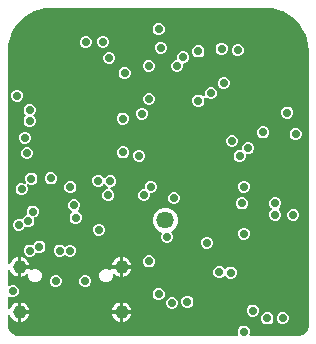
<source format=gbr>
G04 EAGLE Gerber RS-274X export*
G75*
%MOMM*%
%FSLAX34Y34*%
%LPD*%
%INPCBWay Copper Layer 1*%
%IPPOS*%
%AMOC8*
5,1,8,0,0,1.08239X$1,22.5*%
G01*
%ADD10C,1.158000*%
%ADD11C,1.458000*%
%ADD12C,0.711200*%

G36*
X28294Y3812D02*
X28294Y3812D01*
X28316Y3811D01*
X30045Y3856D01*
X30054Y3852D01*
X30136Y3842D01*
X30216Y3821D01*
X30363Y3812D01*
X30370Y3811D01*
X30372Y3811D01*
X30377Y3811D01*
X212728Y3811D01*
X212778Y3817D01*
X212827Y3815D01*
X212935Y3837D01*
X213044Y3851D01*
X213090Y3869D01*
X213139Y3879D01*
X213237Y3927D01*
X213339Y3968D01*
X213380Y3997D01*
X213424Y4019D01*
X213508Y4090D01*
X213597Y4154D01*
X213628Y4193D01*
X213666Y4225D01*
X213729Y4315D01*
X213800Y4399D01*
X213821Y4444D01*
X213849Y4485D01*
X213888Y4588D01*
X213935Y4687D01*
X213944Y4736D01*
X213962Y4782D01*
X213974Y4892D01*
X213995Y4999D01*
X213992Y5049D01*
X213997Y5098D01*
X213982Y5207D01*
X213975Y5317D01*
X213960Y5364D01*
X213953Y5413D01*
X213901Y5566D01*
X213548Y6417D01*
X213548Y8438D01*
X214322Y10305D01*
X215751Y11735D01*
X217618Y12508D01*
X219640Y12508D01*
X221507Y11735D01*
X222936Y10305D01*
X223710Y8438D01*
X223710Y6417D01*
X223357Y5566D01*
X223344Y5518D01*
X223323Y5473D01*
X223302Y5365D01*
X223273Y5259D01*
X223273Y5209D01*
X223263Y5160D01*
X223270Y5051D01*
X223268Y4941D01*
X223280Y4893D01*
X223283Y4843D01*
X223317Y4739D01*
X223342Y4632D01*
X223366Y4588D01*
X223381Y4541D01*
X223440Y4448D01*
X223491Y4351D01*
X223525Y4314D01*
X223551Y4272D01*
X223631Y4197D01*
X223705Y4115D01*
X223747Y4088D01*
X223783Y4054D01*
X223879Y4001D01*
X223971Y3941D01*
X224018Y3924D01*
X224061Y3900D01*
X224167Y3873D01*
X224272Y3837D01*
X224321Y3833D01*
X224369Y3821D01*
X224530Y3811D01*
X256199Y3811D01*
X256200Y3811D01*
X256202Y3811D01*
X266221Y3834D01*
X266293Y3843D01*
X266365Y3842D01*
X266524Y3871D01*
X267662Y4153D01*
X267751Y4188D01*
X267844Y4213D01*
X267940Y4261D01*
X267958Y4268D01*
X267967Y4274D01*
X267988Y4284D01*
X270416Y5678D01*
X270539Y5772D01*
X270663Y5863D01*
X270667Y5868D01*
X270669Y5870D01*
X270674Y5876D01*
X270771Y5982D01*
X272529Y8161D01*
X272610Y8292D01*
X272692Y8423D01*
X272694Y8429D01*
X272696Y8431D01*
X272698Y8439D01*
X272750Y8573D01*
X273598Y11240D01*
X273615Y11335D01*
X273642Y11427D01*
X273652Y11534D01*
X273656Y11553D01*
X273655Y11564D01*
X273657Y11587D01*
X273689Y12651D01*
X273688Y12663D01*
X273689Y12689D01*
X273689Y13190D01*
X273687Y13210D01*
X273687Y13270D01*
X273591Y14785D01*
X273600Y14800D01*
X273625Y14897D01*
X273659Y14992D01*
X273664Y15051D01*
X273679Y15108D01*
X273689Y15269D01*
X273689Y245337D01*
X273687Y245358D01*
X273687Y245420D01*
X273388Y249978D01*
X273379Y250022D01*
X273379Y250066D01*
X273347Y250224D01*
X270988Y259029D01*
X270956Y259108D01*
X270933Y259191D01*
X270872Y259314D01*
X270868Y259324D01*
X270865Y259327D01*
X270861Y259335D01*
X266303Y267230D01*
X266251Y267298D01*
X266208Y267372D01*
X266117Y267475D01*
X266111Y267483D01*
X266107Y267486D01*
X266101Y267493D01*
X259655Y273939D01*
X259588Y273991D01*
X259527Y274051D01*
X259413Y274127D01*
X259404Y274134D01*
X259400Y274135D01*
X259393Y274140D01*
X251498Y278698D01*
X251419Y278732D01*
X251344Y278774D01*
X251215Y278817D01*
X251205Y278822D01*
X251200Y278822D01*
X251192Y278825D01*
X242386Y281185D01*
X242343Y281191D01*
X242301Y281204D01*
X242141Y281225D01*
X237583Y281524D01*
X237562Y281523D01*
X237500Y281527D01*
X210930Y281527D01*
X210930Y281526D01*
X210929Y281527D01*
X73090Y281405D01*
X73077Y281404D01*
X70973Y281404D01*
X70972Y281404D01*
X68938Y281402D01*
X68936Y281402D01*
X68930Y281402D01*
X68908Y281402D01*
X68883Y281403D01*
X54832Y281402D01*
X54811Y281399D01*
X54746Y281399D01*
X50191Y281088D01*
X50148Y281080D01*
X50104Y281079D01*
X49946Y281047D01*
X41149Y278672D01*
X41070Y278639D01*
X40988Y278616D01*
X40864Y278555D01*
X40855Y278551D01*
X40851Y278548D01*
X40844Y278545D01*
X32957Y273981D01*
X32889Y273929D01*
X32816Y273886D01*
X32712Y273794D01*
X32704Y273788D01*
X32701Y273785D01*
X32695Y273780D01*
X26252Y267336D01*
X26199Y267269D01*
X26140Y267208D01*
X26063Y267092D01*
X26057Y267085D01*
X26055Y267081D01*
X26051Y267074D01*
X21487Y259187D01*
X21454Y259108D01*
X21412Y259034D01*
X21367Y258903D01*
X21363Y258894D01*
X21363Y258890D01*
X21360Y258882D01*
X18985Y250084D01*
X18979Y250041D01*
X18965Y249999D01*
X18944Y249840D01*
X18633Y245285D01*
X18635Y245264D01*
X18630Y245198D01*
X18630Y65809D01*
X18639Y65740D01*
X18638Y65670D01*
X18659Y65583D01*
X18670Y65494D01*
X18696Y65429D01*
X18712Y65361D01*
X18754Y65282D01*
X18787Y65198D01*
X18828Y65142D01*
X18861Y65080D01*
X18921Y65014D01*
X18974Y64941D01*
X19028Y64896D01*
X19075Y64845D01*
X19150Y64795D01*
X19219Y64738D01*
X19282Y64708D01*
X19341Y64670D01*
X19426Y64641D01*
X19507Y64602D01*
X19575Y64589D01*
X19641Y64567D01*
X19731Y64560D01*
X19819Y64543D01*
X19889Y64547D01*
X19958Y64541D01*
X20047Y64557D01*
X20137Y64562D01*
X20203Y64584D01*
X20272Y64596D01*
X20354Y64633D01*
X20439Y64660D01*
X20498Y64698D01*
X20562Y64726D01*
X20632Y64782D01*
X20708Y64831D01*
X20756Y64881D01*
X20810Y64925D01*
X20864Y64997D01*
X20926Y65062D01*
X20959Y65123D01*
X21001Y65179D01*
X21072Y65324D01*
X21377Y66060D01*
X22289Y67425D01*
X23449Y68585D01*
X24814Y69497D01*
X26330Y70125D01*
X27136Y70285D01*
X27136Y62469D01*
X27151Y62351D01*
X27158Y62232D01*
X27170Y62194D01*
X27176Y62154D01*
X27191Y62115D01*
X27176Y62035D01*
X27146Y61919D01*
X27142Y61859D01*
X27138Y61839D01*
X27140Y61819D01*
X27136Y61759D01*
X27136Y53943D01*
X26330Y54103D01*
X24814Y54731D01*
X23449Y55643D01*
X22289Y56803D01*
X21377Y58168D01*
X21072Y58904D01*
X21064Y58919D01*
X21061Y58928D01*
X21039Y58963D01*
X21038Y58965D01*
X21012Y59030D01*
X20959Y59103D01*
X20915Y59181D01*
X20866Y59231D01*
X20825Y59287D01*
X20756Y59345D01*
X20694Y59409D01*
X20634Y59446D01*
X20580Y59490D01*
X20499Y59528D01*
X20422Y59575D01*
X20356Y59596D01*
X20293Y59626D01*
X20204Y59642D01*
X20119Y59669D01*
X20049Y59672D01*
X19980Y59685D01*
X19891Y59680D01*
X19801Y59684D01*
X19732Y59670D01*
X19663Y59666D01*
X19577Y59638D01*
X19489Y59620D01*
X19427Y59589D01*
X19360Y59568D01*
X19284Y59520D01*
X19204Y59480D01*
X19151Y59435D01*
X19092Y59397D01*
X19030Y59332D01*
X18962Y59274D01*
X18922Y59217D01*
X18874Y59166D01*
X18830Y59087D01*
X18779Y59014D01*
X18754Y58948D01*
X18720Y58887D01*
X18698Y58800D01*
X18666Y58716D01*
X18658Y58647D01*
X18641Y58579D01*
X18634Y58474D01*
X18633Y58469D01*
X18633Y58464D01*
X18630Y58419D01*
X18630Y47057D01*
X18637Y47008D01*
X18634Y46958D01*
X18657Y46851D01*
X18670Y46742D01*
X18689Y46695D01*
X18699Y46647D01*
X18747Y46548D01*
X18787Y46446D01*
X18817Y46406D01*
X18838Y46361D01*
X18910Y46277D01*
X18974Y46189D01*
X19013Y46157D01*
X19045Y46119D01*
X19134Y46056D01*
X19219Y45986D01*
X19264Y45965D01*
X19305Y45936D01*
X19408Y45897D01*
X19507Y45850D01*
X19556Y45841D01*
X19602Y45823D01*
X19712Y45811D01*
X19819Y45790D01*
X19869Y45794D01*
X19918Y45788D01*
X20027Y45803D01*
X20137Y45810D01*
X20184Y45826D01*
X20233Y45832D01*
X20385Y45885D01*
X21900Y46512D01*
X23922Y46512D01*
X25789Y45739D01*
X27218Y44309D01*
X27992Y42442D01*
X27992Y40421D01*
X27218Y38553D01*
X25789Y37124D01*
X23922Y36351D01*
X21900Y36351D01*
X20385Y36978D01*
X20337Y36991D01*
X20293Y37012D01*
X20185Y37033D01*
X20079Y37062D01*
X20029Y37063D01*
X19980Y37072D01*
X19871Y37065D01*
X19761Y37067D01*
X19712Y37056D01*
X19663Y37052D01*
X19558Y37019D01*
X19451Y36993D01*
X19408Y36970D01*
X19360Y36954D01*
X19267Y36896D01*
X19170Y36844D01*
X19134Y36811D01*
X19092Y36784D01*
X19016Y36704D01*
X18935Y36630D01*
X18908Y36589D01*
X18874Y36553D01*
X18821Y36456D01*
X18760Y36365D01*
X18744Y36318D01*
X18720Y36274D01*
X18693Y36168D01*
X18657Y36064D01*
X18653Y36014D01*
X18641Y35966D01*
X18630Y35805D01*
X18630Y27559D01*
X18639Y27490D01*
X18638Y27420D01*
X18659Y27333D01*
X18670Y27244D01*
X18696Y27179D01*
X18712Y27111D01*
X18754Y27032D01*
X18787Y26948D01*
X18828Y26892D01*
X18861Y26830D01*
X18921Y26763D01*
X18974Y26691D01*
X19028Y26646D01*
X19075Y26595D01*
X19150Y26545D01*
X19219Y26488D01*
X19282Y26458D01*
X19341Y26420D01*
X19426Y26391D01*
X19507Y26352D01*
X19575Y26339D01*
X19641Y26317D01*
X19731Y26310D01*
X19819Y26293D01*
X19889Y26297D01*
X19958Y26291D01*
X20047Y26307D01*
X20137Y26312D01*
X20203Y26334D01*
X20272Y26346D01*
X20354Y26383D01*
X20439Y26410D01*
X20498Y26448D01*
X20562Y26476D01*
X20632Y26532D01*
X20708Y26581D01*
X20756Y26631D01*
X20810Y26675D01*
X20864Y26747D01*
X20926Y26812D01*
X20959Y26873D01*
X21001Y26929D01*
X21072Y27074D01*
X21377Y27810D01*
X22289Y29175D01*
X23449Y30335D01*
X24814Y31247D01*
X26330Y31875D01*
X27136Y32035D01*
X27136Y24219D01*
X27151Y24101D01*
X27158Y23982D01*
X27170Y23944D01*
X27176Y23904D01*
X27191Y23865D01*
X27176Y23785D01*
X27146Y23669D01*
X27142Y23609D01*
X27138Y23589D01*
X27140Y23569D01*
X27136Y23509D01*
X27136Y15693D01*
X26330Y15853D01*
X24814Y16481D01*
X23449Y17393D01*
X22289Y18553D01*
X21377Y19918D01*
X21072Y20654D01*
X21038Y20715D01*
X21012Y20780D01*
X20959Y20852D01*
X20915Y20931D01*
X20866Y20981D01*
X20825Y21037D01*
X20756Y21095D01*
X20694Y21159D01*
X20634Y21195D01*
X20580Y21240D01*
X20499Y21278D01*
X20422Y21325D01*
X20356Y21346D01*
X20293Y21376D01*
X20204Y21392D01*
X20118Y21419D01*
X20049Y21422D01*
X19980Y21435D01*
X19891Y21430D01*
X19801Y21434D01*
X19732Y21420D01*
X19663Y21416D01*
X19578Y21388D01*
X19489Y21370D01*
X19427Y21339D01*
X19360Y21318D01*
X19284Y21270D01*
X19204Y21230D01*
X19151Y21185D01*
X19092Y21147D01*
X19030Y21082D01*
X18962Y21024D01*
X18922Y20967D01*
X18874Y20916D01*
X18830Y20837D01*
X18779Y20764D01*
X18754Y20698D01*
X18720Y20637D01*
X18698Y20550D01*
X18666Y20466D01*
X18658Y20397D01*
X18641Y20329D01*
X18630Y20169D01*
X18630Y12961D01*
X18631Y12958D01*
X18640Y12803D01*
X18836Y11240D01*
X18843Y11210D01*
X18844Y11189D01*
X18862Y11134D01*
X18880Y11032D01*
X18909Y10953D01*
X18914Y10931D01*
X18922Y10918D01*
X18936Y10881D01*
X20222Y7990D01*
X20227Y7982D01*
X20230Y7973D01*
X20310Y7845D01*
X20387Y7718D01*
X20394Y7711D01*
X20399Y7703D01*
X20508Y7585D01*
X22804Y5407D01*
X22811Y5401D01*
X22817Y5394D01*
X22878Y5351D01*
X22907Y5323D01*
X22947Y5301D01*
X23060Y5218D01*
X23068Y5215D01*
X23076Y5209D01*
X23222Y5142D01*
X26177Y4008D01*
X26280Y3982D01*
X26381Y3949D01*
X26464Y3937D01*
X26486Y3932D01*
X26501Y3932D01*
X26540Y3927D01*
X28102Y3814D01*
X28124Y3815D01*
X28194Y3811D01*
X28283Y3811D01*
X28294Y3812D01*
G37*
%LPC*%
G36*
X152689Y82307D02*
X152689Y82307D01*
X150822Y83080D01*
X149393Y84509D01*
X148619Y86377D01*
X148619Y88398D01*
X149251Y89923D01*
X149282Y90038D01*
X149321Y90150D01*
X149324Y90191D01*
X149335Y90230D01*
X149337Y90348D01*
X149346Y90467D01*
X149339Y90507D01*
X149340Y90548D01*
X149312Y90663D01*
X149292Y90781D01*
X149275Y90817D01*
X149266Y90857D01*
X149210Y90962D01*
X149161Y91071D01*
X149136Y91102D01*
X149117Y91138D01*
X149037Y91226D01*
X148963Y91319D01*
X148930Y91343D01*
X148903Y91373D01*
X148804Y91439D01*
X148708Y91510D01*
X148654Y91537D01*
X148637Y91548D01*
X148618Y91555D01*
X148564Y91581D01*
X146071Y92614D01*
X143091Y95594D01*
X141479Y99487D01*
X141479Y103701D01*
X143091Y107594D01*
X146071Y110574D01*
X149964Y112187D01*
X154178Y112187D01*
X158072Y110574D01*
X161051Y107594D01*
X162664Y103701D01*
X162664Y99487D01*
X161051Y95594D01*
X158062Y92604D01*
X158030Y92593D01*
X157940Y92531D01*
X157844Y92476D01*
X157808Y92442D01*
X157767Y92414D01*
X157695Y92332D01*
X157616Y92255D01*
X157590Y92213D01*
X157557Y92175D01*
X157507Y92078D01*
X157449Y91984D01*
X157435Y91937D01*
X157412Y91892D01*
X157388Y91785D01*
X157356Y91680D01*
X157353Y91630D01*
X157343Y91582D01*
X157346Y91472D01*
X157341Y91362D01*
X157351Y91314D01*
X157352Y91264D01*
X157383Y91159D01*
X157405Y91051D01*
X157427Y91006D01*
X157441Y90959D01*
X157496Y90864D01*
X157545Y90765D01*
X157577Y90728D01*
X157602Y90685D01*
X157709Y90564D01*
X158007Y90265D01*
X158781Y88398D01*
X158781Y86377D01*
X158007Y84509D01*
X156578Y83080D01*
X154711Y82307D01*
X152689Y82307D01*
G37*
%LPD*%
%LPC*%
G36*
X102816Y117591D02*
X102816Y117591D01*
X100949Y118364D01*
X99519Y119794D01*
X98746Y121661D01*
X98746Y123682D01*
X99519Y125550D01*
X100949Y126979D01*
X102961Y127813D01*
X103082Y127882D01*
X103205Y127947D01*
X103220Y127960D01*
X103237Y127970D01*
X103338Y128067D01*
X103440Y128160D01*
X103451Y128177D01*
X103466Y128191D01*
X103539Y128310D01*
X103615Y128426D01*
X103621Y128445D01*
X103632Y128463D01*
X103673Y128595D01*
X103718Y128727D01*
X103720Y128747D01*
X103726Y128766D01*
X103732Y128905D01*
X103743Y129044D01*
X103740Y129064D01*
X103741Y129084D01*
X103713Y129220D01*
X103689Y129357D01*
X103681Y129376D01*
X103676Y129396D01*
X103615Y129521D01*
X103558Y129647D01*
X103546Y129663D01*
X103537Y129681D01*
X103446Y129788D01*
X103360Y129896D01*
X103344Y129908D01*
X103330Y129923D01*
X103216Y130004D01*
X103106Y130087D01*
X103080Y130099D01*
X103070Y130106D01*
X103051Y130114D01*
X102961Y130158D01*
X102763Y130240D01*
X101259Y131744D01*
X101165Y131817D01*
X101075Y131896D01*
X101040Y131914D01*
X101008Y131939D01*
X100898Y131987D01*
X100792Y132041D01*
X100753Y132050D01*
X100716Y132066D01*
X100598Y132084D01*
X100482Y132110D01*
X100442Y132109D01*
X100402Y132115D01*
X100283Y132104D01*
X100164Y132101D01*
X100125Y132089D01*
X100085Y132086D01*
X99973Y132045D01*
X99859Y132012D01*
X99824Y131992D01*
X99786Y131978D01*
X99687Y131911D01*
X99585Y131851D01*
X99540Y131811D01*
X99523Y131799D01*
X99509Y131784D01*
X99464Y131744D01*
X98422Y130702D01*
X96555Y129929D01*
X94533Y129929D01*
X92666Y130702D01*
X91237Y132132D01*
X90463Y133999D01*
X90463Y136020D01*
X91237Y137888D01*
X92666Y139317D01*
X94533Y140090D01*
X96555Y140090D01*
X98422Y139317D01*
X99927Y137812D01*
X100021Y137739D01*
X100110Y137661D01*
X100146Y137642D01*
X100178Y137617D01*
X100287Y137570D01*
X100393Y137516D01*
X100433Y137507D01*
X100470Y137491D01*
X100587Y137472D01*
X100703Y137446D01*
X100744Y137448D01*
X100784Y137441D01*
X100902Y137452D01*
X101021Y137456D01*
X101060Y137467D01*
X101100Y137471D01*
X101213Y137511D01*
X101327Y137544D01*
X101362Y137565D01*
X101400Y137579D01*
X101498Y137645D01*
X101601Y137706D01*
X101646Y137746D01*
X101663Y137757D01*
X101676Y137773D01*
X101722Y137812D01*
X102763Y138854D01*
X104631Y139628D01*
X106652Y139628D01*
X108519Y138854D01*
X109949Y137425D01*
X110722Y135558D01*
X110722Y133536D01*
X109949Y131669D01*
X108519Y130240D01*
X106507Y129406D01*
X106386Y129337D01*
X106263Y129272D01*
X106248Y129259D01*
X106231Y129249D01*
X106130Y129151D01*
X106028Y129058D01*
X106017Y129041D01*
X106002Y129027D01*
X105929Y128909D01*
X105853Y128793D01*
X105847Y128773D01*
X105836Y128756D01*
X105795Y128624D01*
X105750Y128492D01*
X105748Y128471D01*
X105742Y128452D01*
X105736Y128314D01*
X105725Y128175D01*
X105728Y128155D01*
X105727Y128135D01*
X105755Y127998D01*
X105779Y127861D01*
X105787Y127843D01*
X105792Y127823D01*
X105853Y127698D01*
X105910Y127571D01*
X105922Y127556D01*
X105931Y127537D01*
X106022Y127431D01*
X106108Y127323D01*
X106124Y127311D01*
X106138Y127295D01*
X106252Y127215D01*
X106362Y127132D01*
X106388Y127119D01*
X106398Y127112D01*
X106417Y127105D01*
X106507Y127061D01*
X106705Y126979D01*
X108134Y125550D01*
X108907Y123682D01*
X108907Y121661D01*
X108134Y119794D01*
X106705Y118364D01*
X104837Y117591D01*
X102816Y117591D01*
G37*
%LPD*%
%LPC*%
G36*
X27118Y92550D02*
X27118Y92550D01*
X25251Y93324D01*
X23821Y94753D01*
X23048Y96620D01*
X23048Y98642D01*
X23821Y100509D01*
X25251Y101938D01*
X27118Y102712D01*
X29139Y102712D01*
X30089Y102318D01*
X30203Y102287D01*
X30316Y102248D01*
X30356Y102245D01*
X30395Y102234D01*
X30515Y102232D01*
X30633Y102223D01*
X30673Y102230D01*
X30713Y102229D01*
X30829Y102257D01*
X30946Y102277D01*
X30983Y102294D01*
X31023Y102303D01*
X31128Y102359D01*
X31236Y102408D01*
X31268Y102433D01*
X31304Y102452D01*
X31392Y102532D01*
X31485Y102607D01*
X31509Y102639D01*
X31539Y102666D01*
X31604Y102765D01*
X31676Y102861D01*
X31703Y102915D01*
X31714Y102932D01*
X31721Y102951D01*
X31747Y103005D01*
X32045Y103724D01*
X33474Y105153D01*
X34450Y105558D01*
X34554Y105617D01*
X34660Y105669D01*
X34691Y105695D01*
X34726Y105715D01*
X34812Y105798D01*
X34902Y105875D01*
X34926Y105908D01*
X34955Y105936D01*
X35017Y106038D01*
X35085Y106135D01*
X35100Y106173D01*
X35121Y106207D01*
X35156Y106321D01*
X35198Y106433D01*
X35203Y106473D01*
X35215Y106511D01*
X35220Y106630D01*
X35233Y106749D01*
X35228Y106789D01*
X35230Y106829D01*
X35206Y106946D01*
X35189Y107064D01*
X35169Y107120D01*
X35165Y107140D01*
X35156Y107159D01*
X35137Y107216D01*
X34827Y107963D01*
X34827Y109985D01*
X35601Y111852D01*
X37030Y113281D01*
X38897Y114055D01*
X40919Y114055D01*
X42786Y113281D01*
X44215Y111852D01*
X44989Y109985D01*
X44989Y107963D01*
X44215Y106096D01*
X42786Y104667D01*
X41810Y104262D01*
X41706Y104203D01*
X41600Y104151D01*
X41569Y104125D01*
X41534Y104105D01*
X41448Y104022D01*
X41358Y103945D01*
X41334Y103912D01*
X41305Y103884D01*
X41243Y103782D01*
X41175Y103685D01*
X41160Y103647D01*
X41139Y103613D01*
X41104Y103499D01*
X41062Y103387D01*
X41057Y103347D01*
X41045Y103309D01*
X41040Y103190D01*
X41027Y103071D01*
X41032Y103031D01*
X41030Y102991D01*
X41054Y102874D01*
X41071Y102756D01*
X41091Y102700D01*
X41095Y102680D01*
X41104Y102661D01*
X41123Y102604D01*
X41433Y101857D01*
X41433Y99835D01*
X40659Y97968D01*
X39230Y96539D01*
X37363Y95765D01*
X35341Y95765D01*
X34392Y96159D01*
X34277Y96190D01*
X34164Y96229D01*
X34124Y96232D01*
X34085Y96243D01*
X33966Y96244D01*
X33847Y96254D01*
X33808Y96247D01*
X33767Y96248D01*
X33651Y96220D01*
X33534Y96199D01*
X33497Y96183D01*
X33458Y96173D01*
X33353Y96118D01*
X33244Y96069D01*
X33212Y96044D01*
X33177Y96025D01*
X33089Y95945D01*
X32996Y95870D01*
X32971Y95838D01*
X32941Y95811D01*
X32876Y95711D01*
X32804Y95616D01*
X32778Y95562D01*
X32767Y95545D01*
X32760Y95526D01*
X32733Y95472D01*
X32436Y94753D01*
X31006Y93324D01*
X29139Y92550D01*
X27118Y92550D01*
G37*
%LPD*%
%LPC*%
G36*
X179294Y197900D02*
X179294Y197900D01*
X177427Y198673D01*
X175998Y200102D01*
X175224Y201970D01*
X175224Y203991D01*
X175998Y205858D01*
X177427Y207288D01*
X179294Y208061D01*
X181316Y208061D01*
X183183Y207288D01*
X183701Y206769D01*
X183756Y206727D01*
X183805Y206676D01*
X183882Y206629D01*
X183952Y206574D01*
X184016Y206547D01*
X184076Y206510D01*
X184162Y206484D01*
X184244Y206448D01*
X184313Y206437D01*
X184380Y206417D01*
X184469Y206412D01*
X184558Y206398D01*
X184628Y206405D01*
X184698Y206401D01*
X184785Y206420D01*
X184875Y206428D01*
X184941Y206452D01*
X185009Y206466D01*
X185090Y206505D01*
X185174Y206536D01*
X185232Y206575D01*
X185295Y206605D01*
X185363Y206664D01*
X185437Y206714D01*
X185484Y206767D01*
X185537Y206812D01*
X185588Y206885D01*
X185648Y206953D01*
X185680Y207015D01*
X185720Y207072D01*
X185752Y207156D01*
X185792Y207236D01*
X185808Y207304D01*
X185832Y207369D01*
X185842Y207459D01*
X185862Y207546D01*
X185860Y207616D01*
X185868Y207685D01*
X185855Y207774D01*
X185852Y207864D01*
X185833Y207931D01*
X185823Y208000D01*
X185807Y208047D01*
X185807Y210086D01*
X186581Y211954D01*
X188010Y213383D01*
X189877Y214157D01*
X191899Y214157D01*
X193766Y213383D01*
X195195Y211954D01*
X195969Y210086D01*
X195969Y208065D01*
X195195Y206198D01*
X193766Y204769D01*
X191899Y203995D01*
X189877Y203995D01*
X188010Y204769D01*
X187492Y205287D01*
X187437Y205329D01*
X187388Y205380D01*
X187311Y205427D01*
X187241Y205482D01*
X187177Y205509D01*
X187117Y205546D01*
X187031Y205572D01*
X186949Y205608D01*
X186880Y205619D01*
X186813Y205640D01*
X186724Y205644D01*
X186635Y205658D01*
X186565Y205651D01*
X186495Y205655D01*
X186408Y205637D01*
X186318Y205628D01*
X186252Y205604D01*
X186184Y205590D01*
X186103Y205551D01*
X186019Y205520D01*
X185961Y205481D01*
X185898Y205451D01*
X185830Y205392D01*
X185756Y205342D01*
X185709Y205290D01*
X185656Y205244D01*
X185605Y205171D01*
X185545Y205103D01*
X185513Y205041D01*
X185473Y204984D01*
X185441Y204900D01*
X185401Y204820D01*
X185385Y204752D01*
X185361Y204687D01*
X185351Y204597D01*
X185331Y204510D01*
X185333Y204440D01*
X185325Y204371D01*
X185338Y204282D01*
X185341Y204192D01*
X185360Y204125D01*
X185370Y204056D01*
X185386Y204009D01*
X185386Y201970D01*
X184612Y200102D01*
X183183Y198673D01*
X181316Y197900D01*
X179294Y197900D01*
G37*
%LPD*%
%LPC*%
G36*
X75219Y98813D02*
X75219Y98813D01*
X73352Y99587D01*
X71923Y101016D01*
X71149Y102883D01*
X71149Y104905D01*
X71923Y106772D01*
X72909Y107759D01*
X72940Y107798D01*
X72977Y107831D01*
X73037Y107923D01*
X73104Y108010D01*
X73124Y108055D01*
X73151Y108097D01*
X73187Y108201D01*
X73231Y108302D01*
X73238Y108351D01*
X73254Y108398D01*
X73263Y108507D01*
X73280Y108616D01*
X73276Y108665D01*
X73280Y108715D01*
X73261Y108823D01*
X73251Y108932D01*
X73234Y108979D01*
X73225Y109028D01*
X73180Y109128D01*
X73143Y109232D01*
X73115Y109273D01*
X73095Y109318D01*
X73026Y109404D01*
X72964Y109495D01*
X72927Y109528D01*
X72896Y109566D01*
X72808Y109633D01*
X72726Y109705D01*
X72682Y109728D01*
X72642Y109758D01*
X72497Y109829D01*
X72082Y110001D01*
X70653Y111430D01*
X69879Y113297D01*
X69879Y115319D01*
X70653Y117186D01*
X72082Y118615D01*
X73949Y119389D01*
X75971Y119389D01*
X77838Y118615D01*
X79267Y117186D01*
X80041Y115319D01*
X80041Y113297D01*
X79267Y111430D01*
X78281Y110443D01*
X78250Y110404D01*
X78213Y110371D01*
X78153Y110279D01*
X78086Y110192D01*
X78066Y110147D01*
X78039Y110105D01*
X78003Y110001D01*
X77959Y109900D01*
X77952Y109851D01*
X77936Y109804D01*
X77927Y109695D01*
X77910Y109586D01*
X77914Y109537D01*
X77910Y109487D01*
X77929Y109379D01*
X77939Y109270D01*
X77956Y109223D01*
X77965Y109174D01*
X78010Y109074D01*
X78047Y108970D01*
X78075Y108929D01*
X78095Y108884D01*
X78164Y108798D01*
X78226Y108707D01*
X78263Y108674D01*
X78294Y108636D01*
X78382Y108569D01*
X78464Y108497D01*
X78508Y108474D01*
X78548Y108444D01*
X78693Y108373D01*
X79108Y108201D01*
X80537Y106772D01*
X81311Y104905D01*
X81311Y102883D01*
X80537Y101016D01*
X79108Y99587D01*
X77241Y98813D01*
X75219Y98813D01*
G37*
%LPD*%
%LPC*%
G36*
X29499Y122943D02*
X29499Y122943D01*
X27632Y123717D01*
X26203Y125146D01*
X25429Y127013D01*
X25429Y129035D01*
X26203Y130902D01*
X27632Y132331D01*
X29499Y133105D01*
X31521Y133105D01*
X32854Y132552D01*
X32988Y132516D01*
X33121Y132475D01*
X33141Y132474D01*
X33161Y132468D01*
X33300Y132466D01*
X33439Y132460D01*
X33458Y132464D01*
X33479Y132463D01*
X33614Y132496D01*
X33750Y132524D01*
X33768Y132533D01*
X33788Y132538D01*
X33911Y132602D01*
X34036Y132664D01*
X34051Y132677D01*
X34069Y132686D01*
X34172Y132780D01*
X34278Y132870D01*
X34289Y132887D01*
X34304Y132900D01*
X34381Y133017D01*
X34461Y133130D01*
X34468Y133149D01*
X34479Y133166D01*
X34524Y133298D01*
X34574Y133427D01*
X34576Y133448D01*
X34582Y133467D01*
X34593Y133605D01*
X34609Y133744D01*
X34606Y133764D01*
X34608Y133784D01*
X34584Y133921D01*
X34564Y134058D01*
X34555Y134085D01*
X34553Y134097D01*
X34545Y134116D01*
X34512Y134211D01*
X33811Y135903D01*
X33811Y137925D01*
X34585Y139792D01*
X36014Y141221D01*
X37881Y141995D01*
X39903Y141995D01*
X41770Y141221D01*
X43199Y139792D01*
X43973Y137925D01*
X43973Y135903D01*
X43199Y134036D01*
X41770Y132607D01*
X39903Y131833D01*
X37881Y131833D01*
X36548Y132386D01*
X36414Y132422D01*
X36281Y132463D01*
X36261Y132464D01*
X36241Y132470D01*
X36102Y132472D01*
X35963Y132478D01*
X35944Y132474D01*
X35923Y132475D01*
X35788Y132442D01*
X35652Y132414D01*
X35634Y132405D01*
X35614Y132400D01*
X35491Y132336D01*
X35366Y132274D01*
X35351Y132261D01*
X35333Y132252D01*
X35230Y132158D01*
X35124Y132068D01*
X35113Y132051D01*
X35098Y132038D01*
X35021Y131921D01*
X34941Y131808D01*
X34934Y131789D01*
X34923Y131772D01*
X34878Y131640D01*
X34828Y131511D01*
X34826Y131490D01*
X34820Y131471D01*
X34809Y131333D01*
X34793Y131194D01*
X34796Y131174D01*
X34794Y131154D01*
X34818Y131017D01*
X34838Y130880D01*
X34847Y130853D01*
X34849Y130841D01*
X34857Y130822D01*
X34890Y130727D01*
X35591Y129035D01*
X35591Y127013D01*
X34817Y125146D01*
X33388Y123717D01*
X31521Y122943D01*
X29499Y122943D01*
G37*
%LPD*%
%LPC*%
G36*
X214035Y150800D02*
X214035Y150800D01*
X212168Y151573D01*
X210739Y153003D01*
X209965Y154870D01*
X209965Y156891D01*
X210739Y158759D01*
X212168Y160188D01*
X214035Y160961D01*
X216085Y160961D01*
X216203Y160976D01*
X216322Y160984D01*
X216361Y160996D01*
X216401Y161001D01*
X216511Y161045D01*
X216625Y161082D01*
X216659Y161103D01*
X216696Y161118D01*
X216793Y161188D01*
X216893Y161252D01*
X216921Y161281D01*
X216954Y161305D01*
X217030Y161397D01*
X217111Y161483D01*
X217131Y161519D01*
X217157Y161550D01*
X217207Y161658D01*
X217265Y161762D01*
X217275Y161801D01*
X217292Y161838D01*
X217314Y161954D01*
X217344Y162070D01*
X217348Y162130D01*
X217352Y162150D01*
X217351Y162170D01*
X217354Y162231D01*
X217354Y163660D01*
X218128Y165527D01*
X219557Y166956D01*
X221425Y167730D01*
X223446Y167730D01*
X225313Y166956D01*
X226742Y165527D01*
X227516Y163660D01*
X227516Y161638D01*
X226742Y159771D01*
X225313Y158342D01*
X223446Y157568D01*
X221396Y157568D01*
X221278Y157553D01*
X221159Y157546D01*
X221121Y157533D01*
X221080Y157528D01*
X220970Y157484D01*
X220856Y157448D01*
X220822Y157426D01*
X220785Y157411D01*
X220688Y157341D01*
X220588Y157278D01*
X220560Y157248D01*
X220527Y157224D01*
X220451Y157133D01*
X220370Y157046D01*
X220350Y157011D01*
X220325Y156979D01*
X220274Y156872D01*
X220216Y156768D01*
X220206Y156728D01*
X220189Y156692D01*
X220167Y156575D01*
X220137Y156460D01*
X220133Y156399D01*
X220129Y156379D01*
X220130Y156359D01*
X220127Y156299D01*
X220127Y154870D01*
X219353Y153003D01*
X217924Y151573D01*
X216057Y150800D01*
X214035Y150800D01*
G37*
%LPD*%
%LPC*%
G36*
X244289Y101239D02*
X244289Y101239D01*
X242422Y102013D01*
X240993Y103442D01*
X240219Y105309D01*
X240219Y107331D01*
X240993Y109198D01*
X242024Y110229D01*
X242097Y110323D01*
X242176Y110413D01*
X242194Y110449D01*
X242219Y110481D01*
X242266Y110590D01*
X242320Y110696D01*
X242329Y110735D01*
X242345Y110772D01*
X242364Y110890D01*
X242390Y111006D01*
X242389Y111047D01*
X242395Y111087D01*
X242384Y111205D01*
X242380Y111324D01*
X242369Y111363D01*
X242365Y111403D01*
X242325Y111515D01*
X242292Y111630D01*
X242272Y111664D01*
X242258Y111702D01*
X242191Y111801D01*
X242130Y111903D01*
X242091Y111949D01*
X242079Y111966D01*
X242064Y111979D01*
X242024Y112024D01*
X240926Y113122D01*
X240153Y114989D01*
X240153Y117011D01*
X240926Y118878D01*
X242356Y120307D01*
X244223Y121081D01*
X246244Y121081D01*
X248111Y120307D01*
X249541Y118878D01*
X250314Y117011D01*
X250314Y114989D01*
X249541Y113122D01*
X248509Y112091D01*
X248437Y111997D01*
X248358Y111908D01*
X248339Y111871D01*
X248314Y111840D01*
X248267Y111730D01*
X248213Y111624D01*
X248204Y111585D01*
X248188Y111548D01*
X248169Y111430D01*
X248143Y111314D01*
X248145Y111274D01*
X248138Y111234D01*
X248149Y111115D01*
X248153Y110996D01*
X248164Y110957D01*
X248168Y110917D01*
X248208Y110805D01*
X248241Y110691D01*
X248262Y110656D01*
X248276Y110618D01*
X248343Y110519D01*
X248403Y110417D01*
X248443Y110372D01*
X248454Y110355D01*
X248470Y110341D01*
X248509Y110296D01*
X249607Y109198D01*
X250381Y107331D01*
X250381Y105309D01*
X249607Y103442D01*
X248178Y102013D01*
X246311Y101239D01*
X244289Y101239D01*
G37*
%LPD*%
%LPC*%
G36*
X206438Y52287D02*
X206438Y52287D01*
X204570Y53060D01*
X203555Y54075D01*
X203461Y54148D01*
X203372Y54227D01*
X203336Y54245D01*
X203304Y54270D01*
X203195Y54318D01*
X203089Y54372D01*
X203049Y54380D01*
X203012Y54396D01*
X202894Y54415D01*
X202779Y54441D01*
X202738Y54440D01*
X202698Y54446D01*
X202580Y54435D01*
X202461Y54432D01*
X202422Y54420D01*
X202382Y54417D01*
X202270Y54376D01*
X202155Y54343D01*
X202120Y54323D01*
X202082Y54309D01*
X201984Y54242D01*
X201881Y54182D01*
X201836Y54142D01*
X201819Y54130D01*
X201806Y54115D01*
X201760Y54075D01*
X200878Y53193D01*
X199011Y52419D01*
X196989Y52419D01*
X195122Y53193D01*
X193693Y54622D01*
X192919Y56489D01*
X192919Y58511D01*
X193693Y60378D01*
X195122Y61807D01*
X196989Y62581D01*
X199011Y62581D01*
X200878Y61807D01*
X201893Y60792D01*
X201987Y60719D01*
X202076Y60641D01*
X202112Y60622D01*
X202144Y60597D01*
X202253Y60550D01*
X202359Y60496D01*
X202399Y60487D01*
X202436Y60471D01*
X202554Y60452D01*
X202670Y60426D01*
X202710Y60427D01*
X202750Y60421D01*
X202869Y60432D01*
X202988Y60436D01*
X203027Y60447D01*
X203067Y60451D01*
X203179Y60491D01*
X203293Y60524D01*
X203328Y60545D01*
X203366Y60559D01*
X203465Y60625D01*
X203567Y60686D01*
X203612Y60726D01*
X203629Y60737D01*
X203643Y60752D01*
X203688Y60792D01*
X204570Y61675D01*
X206438Y62448D01*
X208459Y62448D01*
X210326Y61675D01*
X211756Y60245D01*
X212529Y58378D01*
X212529Y56357D01*
X211756Y54489D01*
X210326Y53060D01*
X208459Y52287D01*
X206438Y52287D01*
G37*
%LPD*%
%LPC*%
G36*
X133117Y117768D02*
X133117Y117768D01*
X131250Y118541D01*
X129821Y119970D01*
X129047Y121838D01*
X129047Y123859D01*
X129821Y125726D01*
X131250Y127156D01*
X133117Y127929D01*
X133476Y127929D01*
X133594Y127944D01*
X133713Y127951D01*
X133751Y127964D01*
X133792Y127969D01*
X133902Y128013D01*
X134015Y128049D01*
X134050Y128071D01*
X134087Y128086D01*
X134183Y128156D01*
X134284Y128220D01*
X134312Y128249D01*
X134345Y128273D01*
X134421Y128365D01*
X134502Y128451D01*
X134522Y128487D01*
X134547Y128518D01*
X134598Y128625D01*
X134656Y128730D01*
X134666Y128769D01*
X134683Y128806D01*
X134705Y128922D01*
X134735Y129038D01*
X134739Y129098D01*
X134743Y129118D01*
X134741Y129138D01*
X134745Y129198D01*
X134745Y130935D01*
X135519Y132802D01*
X136948Y134231D01*
X138815Y135005D01*
X140837Y135005D01*
X142704Y134231D01*
X144133Y132802D01*
X144907Y130935D01*
X144907Y128914D01*
X144133Y127046D01*
X142704Y125617D01*
X140837Y124843D01*
X140478Y124843D01*
X140360Y124829D01*
X140241Y124821D01*
X140203Y124809D01*
X140162Y124804D01*
X140052Y124760D01*
X139939Y124723D01*
X139904Y124701D01*
X139867Y124687D01*
X139770Y124617D01*
X139670Y124553D01*
X139642Y124523D01*
X139609Y124500D01*
X139533Y124408D01*
X139452Y124321D01*
X139432Y124286D01*
X139407Y124255D01*
X139356Y124147D01*
X139298Y124043D01*
X139288Y124004D01*
X139271Y123967D01*
X139249Y123850D01*
X139219Y123735D01*
X139215Y123675D01*
X139211Y123655D01*
X139213Y123634D01*
X139209Y123574D01*
X139209Y121838D01*
X138435Y119970D01*
X137006Y118541D01*
X135139Y117768D01*
X133117Y117768D01*
G37*
%LPD*%
%LPC*%
G36*
X36231Y180746D02*
X36231Y180746D01*
X34364Y181519D01*
X32935Y182949D01*
X32161Y184816D01*
X32161Y186837D01*
X32935Y188705D01*
X33695Y189465D01*
X33768Y189559D01*
X33847Y189649D01*
X33866Y189685D01*
X33890Y189717D01*
X33938Y189826D01*
X33992Y189932D01*
X34001Y189971D01*
X34017Y190008D01*
X34035Y190126D01*
X34062Y190242D01*
X34060Y190282D01*
X34067Y190322D01*
X34055Y190441D01*
X34052Y190560D01*
X34041Y190599D01*
X34037Y190639D01*
X33997Y190751D01*
X33963Y190866D01*
X33943Y190900D01*
X33929Y190938D01*
X33862Y191037D01*
X33802Y191139D01*
X33762Y191185D01*
X33751Y191202D01*
X33735Y191215D01*
X33695Y191260D01*
X32974Y191981D01*
X32201Y193849D01*
X32201Y195870D01*
X32974Y197737D01*
X34404Y199167D01*
X36271Y199940D01*
X38292Y199940D01*
X40160Y199167D01*
X41589Y197737D01*
X42362Y195870D01*
X42362Y193849D01*
X41589Y191981D01*
X40828Y191221D01*
X40755Y191127D01*
X40677Y191037D01*
X40658Y191001D01*
X40633Y190969D01*
X40586Y190860D01*
X40532Y190754D01*
X40523Y190715D01*
X40507Y190677D01*
X40488Y190560D01*
X40462Y190444D01*
X40464Y190403D01*
X40457Y190363D01*
X40468Y190245D01*
X40472Y190126D01*
X40483Y190087D01*
X40487Y190047D01*
X40527Y189935D01*
X40560Y189820D01*
X40581Y189786D01*
X40595Y189747D01*
X40661Y189649D01*
X40722Y189546D01*
X40762Y189501D01*
X40773Y189484D01*
X40789Y189471D01*
X40828Y189426D01*
X41549Y188705D01*
X42323Y186837D01*
X42323Y184816D01*
X41549Y182949D01*
X40120Y181519D01*
X38253Y180746D01*
X36231Y180746D01*
G37*
%LPD*%
%LPC*%
G36*
X161139Y227197D02*
X161139Y227197D01*
X159272Y227971D01*
X157843Y229400D01*
X157069Y231267D01*
X157069Y233289D01*
X157843Y235156D01*
X159272Y236585D01*
X161177Y237374D01*
X161285Y237381D01*
X161324Y237393D01*
X161364Y237399D01*
X161475Y237442D01*
X161588Y237479D01*
X161622Y237501D01*
X161660Y237516D01*
X161756Y237585D01*
X161857Y237649D01*
X161884Y237679D01*
X161917Y237702D01*
X161993Y237794D01*
X162074Y237881D01*
X162094Y237916D01*
X162120Y237947D01*
X162170Y238055D01*
X162228Y238159D01*
X162238Y238199D01*
X162255Y238235D01*
X162278Y238352D01*
X162307Y238467D01*
X162311Y238527D01*
X162315Y238547D01*
X162314Y238568D01*
X162318Y238628D01*
X162318Y240543D01*
X163091Y242410D01*
X164520Y243840D01*
X166388Y244613D01*
X168409Y244613D01*
X170276Y243840D01*
X171706Y242410D01*
X172479Y240543D01*
X172479Y238522D01*
X171706Y236654D01*
X170276Y235225D01*
X168371Y234436D01*
X168263Y234429D01*
X168225Y234417D01*
X168185Y234412D01*
X168074Y234368D01*
X167961Y234331D01*
X167927Y234310D01*
X167889Y234295D01*
X167793Y234225D01*
X167692Y234161D01*
X167664Y234132D01*
X167632Y234108D01*
X167556Y234016D01*
X167474Y233929D01*
X167455Y233894D01*
X167429Y233863D01*
X167378Y233755D01*
X167321Y233651D01*
X167310Y233612D01*
X167293Y233575D01*
X167271Y233458D01*
X167241Y233343D01*
X167237Y233283D01*
X167233Y233263D01*
X167235Y233243D01*
X167231Y233182D01*
X167231Y231267D01*
X166457Y229400D01*
X165028Y227971D01*
X163161Y227197D01*
X161139Y227197D01*
G37*
%LPD*%
%LPC*%
G36*
X36405Y70873D02*
X36405Y70873D01*
X34538Y71647D01*
X33109Y73076D01*
X32335Y74943D01*
X32335Y76965D01*
X33109Y78832D01*
X34538Y80261D01*
X36405Y81035D01*
X38427Y81035D01*
X39333Y80659D01*
X39448Y80628D01*
X39561Y80589D01*
X39601Y80586D01*
X39640Y80575D01*
X39759Y80573D01*
X39878Y80564D01*
X39917Y80571D01*
X39958Y80570D01*
X40074Y80598D01*
X40191Y80618D01*
X40228Y80635D01*
X40267Y80644D01*
X40372Y80700D01*
X40481Y80749D01*
X40513Y80774D01*
X40548Y80793D01*
X40637Y80873D01*
X40729Y80947D01*
X40754Y80980D01*
X40784Y81007D01*
X40849Y81106D01*
X40921Y81202D01*
X40947Y81256D01*
X40958Y81273D01*
X40965Y81292D01*
X40992Y81346D01*
X41353Y82218D01*
X42782Y83647D01*
X44649Y84421D01*
X46671Y84421D01*
X48538Y83647D01*
X49967Y82218D01*
X50741Y80351D01*
X50741Y78329D01*
X49967Y76462D01*
X48538Y75033D01*
X46671Y74259D01*
X44649Y74259D01*
X43743Y74635D01*
X43628Y74666D01*
X43515Y74705D01*
X43475Y74708D01*
X43436Y74719D01*
X43317Y74721D01*
X43198Y74730D01*
X43159Y74723D01*
X43118Y74724D01*
X43002Y74696D01*
X42885Y74676D01*
X42848Y74659D01*
X42809Y74650D01*
X42704Y74594D01*
X42595Y74545D01*
X42563Y74520D01*
X42528Y74501D01*
X42440Y74421D01*
X42347Y74347D01*
X42322Y74314D01*
X42292Y74287D01*
X42227Y74188D01*
X42155Y74093D01*
X42129Y74038D01*
X42118Y74021D01*
X42111Y74002D01*
X42084Y73948D01*
X41723Y73076D01*
X40294Y71647D01*
X38427Y70873D01*
X36405Y70873D01*
G37*
%LPD*%
%LPC*%
G36*
X70516Y70808D02*
X70516Y70808D01*
X68649Y71582D01*
X68010Y72220D01*
X67916Y72293D01*
X67827Y72372D01*
X67791Y72390D01*
X67759Y72415D01*
X67650Y72462D01*
X67544Y72517D01*
X67504Y72525D01*
X67467Y72542D01*
X67349Y72560D01*
X67233Y72586D01*
X67193Y72585D01*
X67153Y72591D01*
X67034Y72580D01*
X66915Y72577D01*
X66877Y72565D01*
X66836Y72562D01*
X66724Y72521D01*
X66610Y72488D01*
X66575Y72468D01*
X66537Y72454D01*
X66439Y72387D01*
X66336Y72327D01*
X66291Y72287D01*
X66274Y72275D01*
X66260Y72260D01*
X66215Y72220D01*
X65648Y71654D01*
X63781Y70880D01*
X61760Y70880D01*
X59892Y71654D01*
X58463Y73083D01*
X57690Y74950D01*
X57690Y76972D01*
X58463Y78839D01*
X59892Y80268D01*
X61760Y81042D01*
X63781Y81042D01*
X65648Y80268D01*
X66287Y79630D01*
X66381Y79556D01*
X66470Y79478D01*
X66506Y79459D01*
X66538Y79435D01*
X66648Y79387D01*
X66754Y79333D01*
X66793Y79324D01*
X66830Y79308D01*
X66948Y79290D01*
X67064Y79264D01*
X67104Y79265D01*
X67144Y79258D01*
X67263Y79270D01*
X67382Y79273D01*
X67421Y79284D01*
X67461Y79288D01*
X67573Y79328D01*
X67687Y79362D01*
X67722Y79382D01*
X67760Y79396D01*
X67859Y79463D01*
X67961Y79523D01*
X68006Y79563D01*
X68023Y79574D01*
X68037Y79590D01*
X68082Y79630D01*
X68649Y80196D01*
X70516Y80970D01*
X72537Y80970D01*
X74405Y80196D01*
X75834Y78767D01*
X76607Y76900D01*
X76607Y74878D01*
X75834Y73011D01*
X74405Y71582D01*
X72537Y70808D01*
X70516Y70808D01*
G37*
%LPD*%
%LPC*%
G36*
X100828Y49173D02*
X100828Y49173D01*
X98736Y50040D01*
X97136Y51640D01*
X96269Y53732D01*
X96269Y55996D01*
X97136Y58088D01*
X98736Y59688D01*
X100828Y60555D01*
X103092Y60555D01*
X105131Y59710D01*
X105145Y59706D01*
X105158Y59699D01*
X105298Y59664D01*
X105438Y59626D01*
X105453Y59626D01*
X105467Y59622D01*
X105611Y59623D01*
X105756Y59621D01*
X105770Y59625D01*
X105785Y59625D01*
X105924Y59661D01*
X106065Y59695D01*
X106078Y59702D01*
X106092Y59706D01*
X106219Y59776D01*
X106346Y59844D01*
X106357Y59854D01*
X106370Y59861D01*
X106475Y59961D01*
X106582Y60058D01*
X106590Y60070D01*
X106600Y60080D01*
X106677Y60203D01*
X106756Y60324D01*
X106761Y60338D01*
X106769Y60350D01*
X106813Y60487D01*
X106813Y60490D01*
X113536Y60490D01*
X113536Y53943D01*
X112730Y54103D01*
X111214Y54731D01*
X109850Y55643D01*
X109818Y55675D01*
X109708Y55760D01*
X109601Y55849D01*
X109582Y55858D01*
X109566Y55870D01*
X109439Y55925D01*
X109313Y55985D01*
X109293Y55988D01*
X109275Y55996D01*
X109137Y56018D01*
X109000Y56044D01*
X108980Y56043D01*
X108960Y56046D01*
X108822Y56033D01*
X108683Y56025D01*
X108664Y56018D01*
X108644Y56016D01*
X108513Y55969D01*
X108381Y55927D01*
X108363Y55916D01*
X108345Y55909D01*
X108230Y55831D01*
X108112Y55756D01*
X108098Y55742D01*
X108081Y55730D01*
X107989Y55626D01*
X107894Y55525D01*
X107884Y55507D01*
X107871Y55492D01*
X107808Y55368D01*
X107740Y55246D01*
X107735Y55227D01*
X107726Y55209D01*
X107696Y55073D01*
X107661Y54938D01*
X107659Y54910D01*
X107656Y54898D01*
X107657Y54878D01*
X107651Y54778D01*
X107651Y53732D01*
X106784Y51640D01*
X105184Y50040D01*
X103092Y49173D01*
X100828Y49173D01*
G37*
%LPD*%
%LPC*%
G36*
X40828Y49173D02*
X40828Y49173D01*
X38736Y50040D01*
X37136Y51640D01*
X36269Y53732D01*
X36269Y54778D01*
X36252Y54916D01*
X36239Y55054D01*
X36232Y55073D01*
X36229Y55093D01*
X36178Y55223D01*
X36131Y55353D01*
X36120Y55370D01*
X36112Y55389D01*
X36031Y55502D01*
X35953Y55616D01*
X35937Y55630D01*
X35926Y55646D01*
X35818Y55735D01*
X35714Y55827D01*
X35696Y55836D01*
X35681Y55849D01*
X35555Y55908D01*
X35431Y55972D01*
X35411Y55976D01*
X35393Y55985D01*
X35257Y56011D01*
X35121Y56041D01*
X35100Y56041D01*
X35081Y56044D01*
X34942Y56036D01*
X34803Y56031D01*
X34783Y56026D01*
X34763Y56025D01*
X34631Y55982D01*
X34497Y55943D01*
X34480Y55933D01*
X34461Y55927D01*
X34343Y55852D01*
X34223Y55781D01*
X34202Y55763D01*
X34192Y55756D01*
X34178Y55741D01*
X34102Y55675D01*
X34070Y55643D01*
X32706Y54731D01*
X31190Y54103D01*
X30384Y53943D01*
X30384Y60490D01*
X37098Y60490D01*
X37099Y60487D01*
X37102Y60472D01*
X37165Y60343D01*
X37226Y60211D01*
X37235Y60200D01*
X37242Y60187D01*
X37335Y60077D01*
X37427Y59965D01*
X37438Y59956D01*
X37448Y59945D01*
X37566Y59861D01*
X37682Y59776D01*
X37696Y59770D01*
X37708Y59762D01*
X37843Y59710D01*
X37977Y59656D01*
X37992Y59654D01*
X38006Y59649D01*
X38150Y59633D01*
X38292Y59613D01*
X38307Y59615D01*
X38322Y59614D01*
X38465Y59634D01*
X38608Y59651D01*
X38622Y59656D01*
X38636Y59658D01*
X38789Y59710D01*
X40828Y60555D01*
X43092Y60555D01*
X45184Y59688D01*
X46784Y58088D01*
X47651Y55996D01*
X47651Y53732D01*
X46784Y51640D01*
X45184Y50040D01*
X43092Y49173D01*
X40828Y49173D01*
G37*
%LPD*%
%LPC*%
G36*
X137042Y227133D02*
X137042Y227133D01*
X135175Y227906D01*
X133745Y229335D01*
X132972Y231203D01*
X132972Y233224D01*
X133745Y235091D01*
X135175Y236521D01*
X137042Y237294D01*
X139063Y237294D01*
X140931Y236521D01*
X142360Y235091D01*
X143133Y233224D01*
X143133Y231203D01*
X142360Y229335D01*
X140931Y227906D01*
X139063Y227133D01*
X137042Y227133D01*
G37*
%LPD*%
%LPC*%
G36*
X116671Y220991D02*
X116671Y220991D01*
X114803Y221764D01*
X113374Y223193D01*
X112601Y225061D01*
X112601Y227082D01*
X113374Y228949D01*
X114803Y230379D01*
X116671Y231152D01*
X118692Y231152D01*
X120559Y230379D01*
X121989Y228949D01*
X122762Y227082D01*
X122762Y225061D01*
X121989Y223193D01*
X120559Y221764D01*
X118692Y220991D01*
X116671Y220991D01*
G37*
%LPD*%
%LPC*%
G36*
X200717Y212550D02*
X200717Y212550D01*
X198850Y213324D01*
X197420Y214753D01*
X196647Y216621D01*
X196647Y218642D01*
X197420Y220509D01*
X198850Y221938D01*
X200717Y222712D01*
X202738Y222712D01*
X204606Y221938D01*
X206035Y220509D01*
X206808Y218642D01*
X206808Y216621D01*
X206035Y214753D01*
X204606Y213324D01*
X202738Y212550D01*
X200717Y212550D01*
G37*
%LPD*%
%LPC*%
G36*
X25731Y202073D02*
X25731Y202073D01*
X23864Y202847D01*
X22435Y204276D01*
X21661Y206143D01*
X21661Y208165D01*
X22435Y210032D01*
X23864Y211461D01*
X25731Y212235D01*
X27753Y212235D01*
X29620Y211461D01*
X31049Y210032D01*
X31823Y208165D01*
X31823Y206143D01*
X31049Y204276D01*
X29620Y202847D01*
X27753Y202073D01*
X25731Y202073D01*
G37*
%LPD*%
%LPC*%
G36*
X254454Y187737D02*
X254454Y187737D01*
X252587Y188510D01*
X251157Y189940D01*
X250384Y191807D01*
X250384Y193828D01*
X251157Y195695D01*
X252587Y197125D01*
X254454Y197898D01*
X256475Y197898D01*
X258343Y197125D01*
X259772Y195695D01*
X260545Y193828D01*
X260545Y191807D01*
X259772Y189940D01*
X258343Y188510D01*
X256475Y187737D01*
X254454Y187737D01*
G37*
%LPD*%
%LPC*%
G36*
X131291Y186831D02*
X131291Y186831D01*
X129424Y187604D01*
X127995Y189033D01*
X127221Y190901D01*
X127221Y192922D01*
X127995Y194789D01*
X129424Y196219D01*
X131291Y196992D01*
X133313Y196992D01*
X135180Y196219D01*
X136609Y194789D01*
X137383Y192922D01*
X137383Y190901D01*
X136609Y189033D01*
X135180Y187604D01*
X133313Y186831D01*
X131291Y186831D01*
G37*
%LPD*%
%LPC*%
G36*
X115093Y182639D02*
X115093Y182639D01*
X113226Y183413D01*
X111797Y184842D01*
X111023Y186709D01*
X111023Y188731D01*
X111797Y190598D01*
X113226Y192027D01*
X115093Y192801D01*
X117115Y192801D01*
X118982Y192027D01*
X120411Y190598D01*
X121185Y188731D01*
X121185Y186709D01*
X120411Y184842D01*
X118982Y183413D01*
X117115Y182639D01*
X115093Y182639D01*
G37*
%LPD*%
%LPC*%
G36*
X234003Y170853D02*
X234003Y170853D01*
X232136Y171627D01*
X230707Y173056D01*
X229933Y174923D01*
X229933Y176944D01*
X230707Y178812D01*
X232136Y180241D01*
X234003Y181015D01*
X236025Y181015D01*
X237892Y180241D01*
X239321Y178812D01*
X240095Y176944D01*
X240095Y174923D01*
X239321Y173056D01*
X237892Y171627D01*
X236025Y170853D01*
X234003Y170853D01*
G37*
%LPD*%
%LPC*%
G36*
X261485Y169432D02*
X261485Y169432D01*
X259618Y170205D01*
X258188Y171635D01*
X257415Y173502D01*
X257415Y175523D01*
X258188Y177391D01*
X259618Y178820D01*
X261485Y179593D01*
X263506Y179593D01*
X265374Y178820D01*
X266803Y177391D01*
X267576Y175523D01*
X267576Y173502D01*
X266803Y171635D01*
X265374Y170205D01*
X263506Y169432D01*
X261485Y169432D01*
G37*
%LPD*%
%LPC*%
G36*
X32302Y166329D02*
X32302Y166329D01*
X30435Y167103D01*
X29005Y168532D01*
X28232Y170399D01*
X28232Y172420D01*
X29005Y174288D01*
X30435Y175717D01*
X32302Y176491D01*
X34323Y176491D01*
X36191Y175717D01*
X37620Y174288D01*
X38393Y172420D01*
X38393Y170399D01*
X37620Y168532D01*
X36191Y167103D01*
X34323Y166329D01*
X32302Y166329D01*
G37*
%LPD*%
%LPC*%
G36*
X207584Y163669D02*
X207584Y163669D01*
X205716Y164443D01*
X204287Y165872D01*
X203514Y167739D01*
X203514Y169761D01*
X204287Y171628D01*
X205716Y173057D01*
X207584Y173831D01*
X209605Y173831D01*
X211472Y173057D01*
X212902Y171628D01*
X213675Y169761D01*
X213675Y167739D01*
X212902Y165872D01*
X211472Y164443D01*
X209605Y163669D01*
X207584Y163669D01*
G37*
%LPD*%
%LPC*%
G36*
X115512Y153924D02*
X115512Y153924D01*
X113645Y154698D01*
X112216Y156127D01*
X111442Y157994D01*
X111442Y160016D01*
X112216Y161883D01*
X113645Y163312D01*
X115512Y164086D01*
X117534Y164086D01*
X119401Y163312D01*
X120830Y161883D01*
X121604Y160016D01*
X121604Y157994D01*
X120830Y156127D01*
X119401Y154698D01*
X117534Y153924D01*
X115512Y153924D01*
G37*
%LPD*%
%LPC*%
G36*
X34144Y153369D02*
X34144Y153369D01*
X32276Y154143D01*
X30847Y155572D01*
X30074Y157439D01*
X30074Y159461D01*
X30847Y161328D01*
X32276Y162757D01*
X34144Y163531D01*
X36165Y163531D01*
X38032Y162757D01*
X39462Y161328D01*
X40235Y159461D01*
X40235Y157439D01*
X39462Y155572D01*
X38032Y154143D01*
X36165Y153369D01*
X34144Y153369D01*
G37*
%LPD*%
%LPC*%
G36*
X129011Y151193D02*
X129011Y151193D01*
X127144Y151967D01*
X125714Y153396D01*
X124941Y155263D01*
X124941Y157284D01*
X125714Y159152D01*
X127144Y160581D01*
X129011Y161355D01*
X131032Y161355D01*
X132900Y160581D01*
X134329Y159152D01*
X135102Y157284D01*
X135102Y155263D01*
X134329Y153396D01*
X132900Y151967D01*
X131032Y151193D01*
X129011Y151193D01*
G37*
%LPD*%
%LPC*%
G36*
X54137Y131960D02*
X54137Y131960D01*
X52270Y132734D01*
X50841Y134163D01*
X50067Y136030D01*
X50067Y138052D01*
X50841Y139919D01*
X52270Y141348D01*
X54137Y142122D01*
X56159Y142122D01*
X58026Y141348D01*
X59455Y139919D01*
X60229Y138052D01*
X60229Y136030D01*
X59455Y134163D01*
X58026Y132734D01*
X56159Y131960D01*
X54137Y131960D01*
G37*
%LPD*%
%LPC*%
G36*
X217633Y125035D02*
X217633Y125035D01*
X215766Y125809D01*
X214337Y127238D01*
X213563Y129105D01*
X213563Y131127D01*
X214337Y132994D01*
X215766Y134423D01*
X217633Y135197D01*
X219655Y135197D01*
X221522Y134423D01*
X222951Y132994D01*
X223725Y131127D01*
X223725Y129105D01*
X222951Y127238D01*
X221522Y125809D01*
X219655Y125035D01*
X217633Y125035D01*
G37*
%LPD*%
%LPC*%
G36*
X70901Y124467D02*
X70901Y124467D01*
X69034Y125241D01*
X67605Y126670D01*
X66831Y128537D01*
X66831Y130559D01*
X67605Y132426D01*
X69034Y133855D01*
X70901Y134629D01*
X72923Y134629D01*
X74790Y133855D01*
X76219Y132426D01*
X76993Y130559D01*
X76993Y128537D01*
X76219Y126670D01*
X74790Y125241D01*
X72923Y124467D01*
X70901Y124467D01*
G37*
%LPD*%
%LPC*%
G36*
X158614Y115240D02*
X158614Y115240D01*
X156746Y116013D01*
X155317Y117442D01*
X154544Y119310D01*
X154544Y121331D01*
X155317Y123198D01*
X156746Y124628D01*
X158614Y125401D01*
X160635Y125401D01*
X162502Y124628D01*
X163932Y123198D01*
X164705Y121331D01*
X164705Y119310D01*
X163932Y117442D01*
X162502Y116013D01*
X160635Y115240D01*
X158614Y115240D01*
G37*
%LPD*%
%LPC*%
G36*
X216011Y110772D02*
X216011Y110772D01*
X214143Y111546D01*
X212714Y112975D01*
X211941Y114842D01*
X211941Y116864D01*
X212714Y118731D01*
X214143Y120160D01*
X216011Y120934D01*
X218032Y120934D01*
X219899Y120160D01*
X221329Y118731D01*
X222102Y116864D01*
X222102Y114842D01*
X221329Y112975D01*
X219899Y111546D01*
X218032Y110772D01*
X216011Y110772D01*
G37*
%LPD*%
%LPC*%
G36*
X145497Y258202D02*
X145497Y258202D01*
X143630Y258976D01*
X142201Y260405D01*
X141427Y262272D01*
X141427Y264293D01*
X142201Y266161D01*
X143630Y267590D01*
X145497Y268364D01*
X147518Y268364D01*
X149386Y267590D01*
X150815Y266161D01*
X151589Y264293D01*
X151589Y262272D01*
X150815Y260405D01*
X149386Y258976D01*
X147518Y258202D01*
X145497Y258202D01*
G37*
%LPD*%
%LPC*%
G36*
X98361Y247690D02*
X98361Y247690D01*
X96494Y248463D01*
X95064Y249893D01*
X94291Y251760D01*
X94291Y253781D01*
X95064Y255649D01*
X96494Y257078D01*
X98361Y257851D01*
X100382Y257851D01*
X102250Y257078D01*
X103679Y255649D01*
X104452Y253781D01*
X104452Y251760D01*
X103679Y249893D01*
X102250Y248463D01*
X100382Y247690D01*
X98361Y247690D01*
G37*
%LPD*%
%LPC*%
G36*
X83928Y247334D02*
X83928Y247334D01*
X82061Y248108D01*
X80632Y249537D01*
X79858Y251404D01*
X79858Y253426D01*
X80632Y255293D01*
X82061Y256722D01*
X83928Y257496D01*
X85950Y257496D01*
X87817Y256722D01*
X89246Y255293D01*
X90020Y253426D01*
X90020Y251404D01*
X89246Y249537D01*
X87817Y248108D01*
X85950Y247334D01*
X83928Y247334D01*
G37*
%LPD*%
%LPC*%
G36*
X259569Y101039D02*
X259569Y101039D01*
X257702Y101813D01*
X256273Y103242D01*
X255499Y105109D01*
X255499Y107131D01*
X256273Y108998D01*
X257702Y110427D01*
X259569Y111201D01*
X261591Y111201D01*
X263458Y110427D01*
X264887Y108998D01*
X265661Y107131D01*
X265661Y105109D01*
X264887Y103242D01*
X263458Y101813D01*
X261591Y101039D01*
X259569Y101039D01*
G37*
%LPD*%
%LPC*%
G36*
X94910Y88532D02*
X94910Y88532D01*
X93042Y89306D01*
X91613Y90735D01*
X90840Y92602D01*
X90840Y94624D01*
X91613Y96491D01*
X93042Y97920D01*
X94910Y98694D01*
X96931Y98694D01*
X98798Y97920D01*
X100228Y96491D01*
X101001Y94624D01*
X101001Y92602D01*
X100228Y90735D01*
X98798Y89306D01*
X96931Y88532D01*
X94910Y88532D01*
G37*
%LPD*%
%LPC*%
G36*
X217607Y85262D02*
X217607Y85262D01*
X215740Y86036D01*
X214311Y87465D01*
X213537Y89332D01*
X213537Y91354D01*
X214311Y93221D01*
X215740Y94650D01*
X217607Y95424D01*
X219629Y95424D01*
X221496Y94650D01*
X222925Y93221D01*
X223699Y91354D01*
X223699Y89332D01*
X222925Y87465D01*
X221496Y86036D01*
X219629Y85262D01*
X217607Y85262D01*
G37*
%LPD*%
%LPC*%
G36*
X186342Y77517D02*
X186342Y77517D01*
X184475Y78291D01*
X183046Y79720D01*
X182272Y81587D01*
X182272Y83609D01*
X183046Y85476D01*
X184475Y86905D01*
X186342Y87679D01*
X188364Y87679D01*
X190231Y86905D01*
X191660Y85476D01*
X192434Y83609D01*
X192434Y81587D01*
X191660Y79720D01*
X190231Y78291D01*
X188364Y77517D01*
X186342Y77517D01*
G37*
%LPD*%
%LPC*%
G36*
X147250Y242555D02*
X147250Y242555D01*
X145383Y243328D01*
X143954Y244758D01*
X143180Y246625D01*
X143180Y248646D01*
X143954Y250514D01*
X145383Y251943D01*
X147250Y252716D01*
X149272Y252716D01*
X151139Y251943D01*
X152568Y250514D01*
X153342Y248646D01*
X153342Y246625D01*
X152568Y244758D01*
X151139Y243328D01*
X149272Y242555D01*
X147250Y242555D01*
G37*
%LPD*%
%LPC*%
G36*
X198802Y241841D02*
X198802Y241841D01*
X196934Y242614D01*
X195505Y244043D01*
X194732Y245911D01*
X194732Y247932D01*
X195505Y249799D01*
X196934Y251229D01*
X198802Y252002D01*
X200823Y252002D01*
X202690Y251229D01*
X204120Y249799D01*
X204893Y247932D01*
X204893Y245911D01*
X204120Y244043D01*
X202690Y242614D01*
X200823Y241841D01*
X198802Y241841D01*
G37*
%LPD*%
%LPC*%
G36*
X137382Y61686D02*
X137382Y61686D01*
X135514Y62460D01*
X134085Y63889D01*
X133312Y65756D01*
X133312Y67778D01*
X134085Y69645D01*
X135514Y71074D01*
X137382Y71848D01*
X139403Y71848D01*
X141270Y71074D01*
X142700Y69645D01*
X143473Y67778D01*
X143473Y65756D01*
X142700Y63889D01*
X141270Y62460D01*
X139403Y61686D01*
X137382Y61686D01*
G37*
%LPD*%
%LPC*%
G36*
X212496Y240353D02*
X212496Y240353D01*
X210629Y241127D01*
X209200Y242556D01*
X208426Y244423D01*
X208426Y246444D01*
X209200Y248312D01*
X210629Y249741D01*
X212496Y250515D01*
X214518Y250515D01*
X216385Y249741D01*
X217814Y248312D01*
X218588Y246444D01*
X218588Y244423D01*
X217814Y242556D01*
X216385Y241127D01*
X214518Y240353D01*
X212496Y240353D01*
G37*
%LPD*%
%LPC*%
G36*
X179230Y239476D02*
X179230Y239476D01*
X177363Y240250D01*
X175934Y241679D01*
X175160Y243546D01*
X175160Y245568D01*
X175934Y247435D01*
X177363Y248864D01*
X179230Y249638D01*
X181252Y249638D01*
X183119Y248864D01*
X184548Y247435D01*
X185322Y245568D01*
X185322Y243546D01*
X184548Y241679D01*
X183119Y240250D01*
X181252Y239476D01*
X179230Y239476D01*
G37*
%LPD*%
%LPC*%
G36*
X103707Y233849D02*
X103707Y233849D01*
X101839Y234622D01*
X100410Y236052D01*
X99637Y237919D01*
X99637Y239940D01*
X100410Y241808D01*
X101839Y243237D01*
X103707Y244010D01*
X105728Y244010D01*
X107595Y243237D01*
X109025Y241808D01*
X109798Y239940D01*
X109798Y237919D01*
X109025Y236052D01*
X107595Y234622D01*
X105728Y233849D01*
X103707Y233849D01*
G37*
%LPD*%
%LPC*%
G36*
X83395Y44957D02*
X83395Y44957D01*
X81528Y45731D01*
X80099Y47160D01*
X79325Y49027D01*
X79325Y51049D01*
X80099Y52916D01*
X81528Y54345D01*
X83395Y55119D01*
X85417Y55119D01*
X87284Y54345D01*
X88713Y52916D01*
X89487Y51049D01*
X89487Y49027D01*
X88713Y47160D01*
X87284Y45731D01*
X85417Y44957D01*
X83395Y44957D01*
G37*
%LPD*%
%LPC*%
G36*
X58503Y44957D02*
X58503Y44957D01*
X56636Y45731D01*
X55207Y47160D01*
X54433Y49027D01*
X54433Y51049D01*
X55207Y52916D01*
X56636Y54345D01*
X58503Y55119D01*
X60525Y55119D01*
X62392Y54345D01*
X63821Y52916D01*
X64595Y51049D01*
X64595Y49027D01*
X63821Y47160D01*
X62392Y45731D01*
X60525Y44957D01*
X58503Y44957D01*
G37*
%LPD*%
%LPC*%
G36*
X145485Y33829D02*
X145485Y33829D01*
X143618Y34603D01*
X142189Y36032D01*
X141415Y37899D01*
X141415Y39921D01*
X142189Y41788D01*
X143618Y43217D01*
X145485Y43991D01*
X147507Y43991D01*
X149374Y43217D01*
X150803Y41788D01*
X151577Y39921D01*
X151577Y37899D01*
X150803Y36032D01*
X149374Y34603D01*
X147507Y33829D01*
X145485Y33829D01*
G37*
%LPD*%
%LPC*%
G36*
X169917Y27479D02*
X169917Y27479D01*
X168050Y28253D01*
X166621Y29682D01*
X165847Y31549D01*
X165847Y33571D01*
X166621Y35438D01*
X168050Y36867D01*
X169917Y37641D01*
X171939Y37641D01*
X173806Y36867D01*
X175235Y35438D01*
X176009Y33571D01*
X176009Y31549D01*
X175235Y29682D01*
X173806Y28253D01*
X171939Y27479D01*
X169917Y27479D01*
G37*
%LPD*%
%LPC*%
G36*
X156856Y26575D02*
X156856Y26575D01*
X154989Y27348D01*
X153559Y28778D01*
X152786Y30645D01*
X152786Y32666D01*
X153559Y34534D01*
X154989Y35963D01*
X156856Y36736D01*
X158877Y36736D01*
X160745Y35963D01*
X162174Y34534D01*
X162947Y32666D01*
X162947Y30645D01*
X162174Y28778D01*
X160745Y27348D01*
X158877Y26575D01*
X156856Y26575D01*
G37*
%LPD*%
%LPC*%
G36*
X225275Y20103D02*
X225275Y20103D01*
X223408Y20877D01*
X221978Y22306D01*
X221205Y24173D01*
X221205Y26194D01*
X221978Y28062D01*
X223408Y29491D01*
X225275Y30265D01*
X227296Y30265D01*
X229164Y29491D01*
X230593Y28062D01*
X231366Y26194D01*
X231366Y24173D01*
X230593Y22306D01*
X229164Y20877D01*
X227296Y20103D01*
X225275Y20103D01*
G37*
%LPD*%
%LPC*%
G36*
X250569Y13539D02*
X250569Y13539D01*
X248702Y14313D01*
X247273Y15742D01*
X246499Y17609D01*
X246499Y19631D01*
X247273Y21498D01*
X248702Y22927D01*
X250569Y23701D01*
X252591Y23701D01*
X254458Y22927D01*
X255887Y21498D01*
X256661Y19631D01*
X256661Y17609D01*
X255887Y15742D01*
X254458Y14313D01*
X252591Y13539D01*
X250569Y13539D01*
G37*
%LPD*%
%LPC*%
G36*
X237669Y13399D02*
X237669Y13399D01*
X235802Y14173D01*
X234373Y15602D01*
X233599Y17469D01*
X233599Y19491D01*
X234373Y21358D01*
X235802Y22787D01*
X237669Y23561D01*
X239691Y23561D01*
X241558Y22787D01*
X242987Y21358D01*
X243761Y19491D01*
X243761Y17469D01*
X242987Y15602D01*
X241558Y14173D01*
X239691Y13399D01*
X237669Y13399D01*
G37*
%LPD*%
%LPC*%
G36*
X137434Y199232D02*
X137434Y199232D01*
X135566Y200006D01*
X134137Y201435D01*
X133364Y203302D01*
X133364Y205323D01*
X134137Y207191D01*
X135566Y208620D01*
X137434Y209394D01*
X139455Y209394D01*
X141322Y208620D01*
X142752Y207191D01*
X143525Y205323D01*
X143525Y203302D01*
X142752Y201435D01*
X141322Y200006D01*
X139455Y199232D01*
X137434Y199232D01*
G37*
%LPD*%
%LPC*%
G36*
X30384Y25488D02*
X30384Y25488D01*
X30384Y32035D01*
X31190Y31875D01*
X32706Y31247D01*
X34071Y30335D01*
X35231Y29175D01*
X36143Y27810D01*
X36771Y26294D01*
X36931Y25488D01*
X30384Y25488D01*
G37*
%LPD*%
%LPC*%
G36*
X116784Y25488D02*
X116784Y25488D01*
X116784Y32035D01*
X117590Y31875D01*
X119106Y31247D01*
X120471Y30335D01*
X121631Y29175D01*
X122543Y27810D01*
X123171Y26294D01*
X123331Y25488D01*
X116784Y25488D01*
G37*
%LPD*%
%LPC*%
G36*
X116784Y63738D02*
X116784Y63738D01*
X116784Y70285D01*
X117590Y70125D01*
X119106Y69497D01*
X120471Y68585D01*
X121631Y67425D01*
X122543Y66060D01*
X123171Y64544D01*
X123331Y63738D01*
X116784Y63738D01*
G37*
%LPD*%
%LPC*%
G36*
X30384Y63738D02*
X30384Y63738D01*
X30384Y70285D01*
X31190Y70125D01*
X32706Y69497D01*
X34071Y68585D01*
X35231Y67425D01*
X36143Y66060D01*
X36771Y64544D01*
X36931Y63738D01*
X30384Y63738D01*
G37*
%LPD*%
%LPC*%
G36*
X106989Y63738D02*
X106989Y63738D01*
X107149Y64544D01*
X107777Y66060D01*
X108689Y67425D01*
X109849Y68585D01*
X111214Y69497D01*
X112730Y70125D01*
X113536Y70285D01*
X113536Y63738D01*
X106989Y63738D01*
G37*
%LPD*%
%LPC*%
G36*
X116784Y60490D02*
X116784Y60490D01*
X123331Y60490D01*
X123171Y59684D01*
X122543Y58168D01*
X121631Y56803D01*
X120471Y55643D01*
X119106Y54731D01*
X117590Y54103D01*
X116784Y53943D01*
X116784Y60490D01*
G37*
%LPD*%
%LPC*%
G36*
X106989Y25488D02*
X106989Y25488D01*
X107149Y26294D01*
X107777Y27810D01*
X108689Y29175D01*
X109849Y30335D01*
X111214Y31247D01*
X112730Y31875D01*
X113536Y32035D01*
X113536Y25488D01*
X106989Y25488D01*
G37*
%LPD*%
%LPC*%
G36*
X116784Y22240D02*
X116784Y22240D01*
X123331Y22240D01*
X123171Y21434D01*
X122543Y19918D01*
X121631Y18553D01*
X120471Y17393D01*
X119106Y16481D01*
X117590Y15853D01*
X116784Y15693D01*
X116784Y22240D01*
G37*
%LPD*%
%LPC*%
G36*
X30384Y22240D02*
X30384Y22240D01*
X36931Y22240D01*
X36771Y21434D01*
X36143Y19918D01*
X35231Y18553D01*
X34071Y17393D01*
X32706Y16481D01*
X31190Y15853D01*
X30384Y15693D01*
X30384Y22240D01*
G37*
%LPD*%
%LPC*%
G36*
X112730Y15853D02*
X112730Y15853D01*
X111214Y16481D01*
X109849Y17393D01*
X108689Y18553D01*
X107777Y19918D01*
X107149Y21434D01*
X106989Y22240D01*
X113536Y22240D01*
X113536Y15693D01*
X112730Y15853D01*
G37*
%LPD*%
D10*
X28760Y62114D03*
X115160Y62114D03*
X28760Y23864D03*
X115160Y23864D03*
D11*
X152071Y101594D03*
D12*
X226286Y25184D03*
X245300Y106320D03*
X169440Y159560D03*
X43636Y18571D03*
X72220Y12825D03*
X167070Y62405D03*
X228131Y72733D03*
X193082Y21937D03*
X55410Y81115D03*
X28321Y79976D03*
X102977Y45450D03*
X255520Y150428D03*
X67594Y165108D03*
X75944Y144058D03*
X128616Y101456D03*
X63784Y137168D03*
X120802Y239023D03*
X41828Y257119D03*
X245118Y25169D03*
X151632Y11494D03*
X165991Y105027D03*
X109654Y110669D03*
X22312Y232263D03*
X32957Y119618D03*
X105585Y90576D03*
X169600Y98100D03*
X121923Y112295D03*
X189623Y39957D03*
X212343Y48582D03*
X152097Y115888D03*
X260725Y266686D03*
X43636Y28571D03*
X23375Y251940D03*
X44399Y275115D03*
X246462Y275127D03*
X267879Y256795D03*
X210069Y275435D03*
X99636Y28571D03*
X99636Y18571D03*
X72220Y30825D03*
X269810Y25009D03*
X269993Y72757D03*
X260035Y25016D03*
X114530Y120081D03*
X161928Y111918D03*
X137727Y101579D03*
X142498Y112256D03*
X172380Y91095D03*
X118953Y101240D03*
X182867Y95518D03*
X32161Y257529D03*
X267442Y119087D03*
X238463Y121612D03*
X259048Y256396D03*
X39659Y45450D03*
X135933Y218371D03*
X233367Y145323D03*
X84464Y152070D03*
X122261Y11510D03*
X22481Y241862D03*
X22481Y221973D03*
X116240Y177784D03*
X76521Y214758D03*
X229207Y202384D03*
X148327Y232601D03*
X52584Y256820D03*
X61548Y261900D03*
X71109Y266234D03*
X80670Y266084D03*
X74545Y252487D03*
X209476Y260323D03*
X220083Y260472D03*
X231138Y260323D03*
X241745Y260323D03*
X250857Y257483D03*
X30891Y267058D03*
X229356Y215832D03*
X248627Y218073D03*
X250121Y233912D03*
X121894Y263398D03*
X171477Y263280D03*
X118433Y213371D03*
X238680Y18480D03*
X218644Y130116D03*
X116104Y187720D03*
X215046Y155881D03*
X39908Y108974D03*
X38892Y136914D03*
X37242Y185827D03*
X217021Y115853D03*
X84939Y252415D03*
X190888Y209076D03*
X104717Y238930D03*
X117681Y226071D03*
X138444Y204313D03*
X262496Y174513D03*
X199812Y246921D03*
X201728Y217631D03*
X76230Y103894D03*
X95544Y135010D03*
X116523Y159005D03*
X74960Y114308D03*
X130022Y156274D03*
X162150Y232278D03*
X260580Y106120D03*
X251580Y18620D03*
X103827Y122672D03*
X71527Y75889D03*
X95920Y93613D03*
X105641Y134547D03*
X62770Y75961D03*
X146508Y263283D03*
X213507Y245434D03*
X132302Y191911D03*
X35154Y158450D03*
X71912Y129548D03*
X159624Y120320D03*
X36352Y100846D03*
X26742Y207154D03*
X139826Y129924D03*
X167398Y239532D03*
X134128Y122848D03*
X99372Y252771D03*
X218618Y90343D03*
X55148Y137041D03*
X245234Y116000D03*
X218629Y7427D03*
X28129Y97631D03*
X22911Y41431D03*
X180305Y202980D03*
X198000Y57500D03*
X222435Y162649D03*
X235014Y175934D03*
X207448Y57367D03*
X208594Y168750D03*
X187353Y82598D03*
X153700Y87387D03*
X157867Y31656D03*
X170928Y32560D03*
X138392Y66767D03*
X146496Y38910D03*
X33313Y171410D03*
X37282Y194859D03*
X148261Y247636D03*
X180241Y244557D03*
X255465Y192818D03*
X84406Y50038D03*
X45660Y79340D03*
X59514Y50038D03*
X37416Y75954D03*
X30510Y128024D03*
X138053Y232213D03*
M02*

</source>
